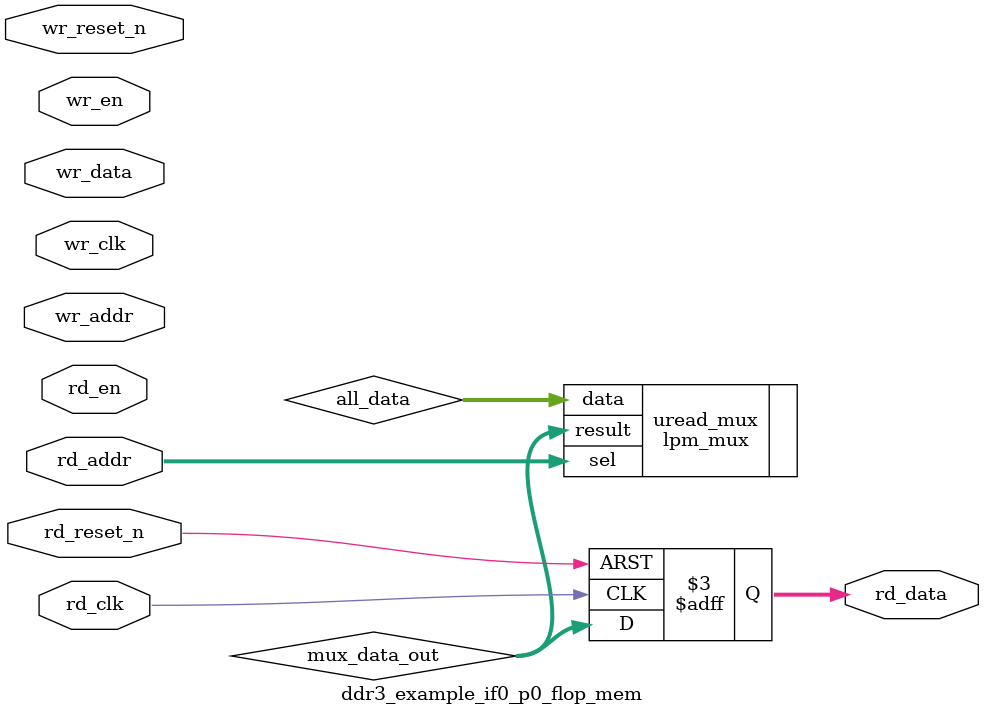
<source format=v>



`timescale 1 ps / 1 ps

(* altera_attribute = "-name ALLOW_SYNCH_CTRL_USAGE ON;-name AUTO_CLOCK_ENABLE_RECOGNITION ON" *)
module ddr3_example_if0_p0_flop_mem(
	wr_reset_n,
	wr_clk,
	wr_en,
	wr_addr,
	wr_data,
	rd_reset_n,
	rd_clk,
	rd_en,
	rd_addr,
	rd_data
);

parameter WRITE_MEM_DEPTH	= "";
parameter WRITE_ADDR_WIDTH	= "";
parameter WRITE_DATA_WIDTH	= "";
parameter READ_MEM_DEPTH	= "";
parameter READ_ADDR_WIDTH	= "";		 
parameter READ_DATA_WIDTH	= "";


input	wr_reset_n;
input	wr_clk;
input	wr_en;
input	[WRITE_ADDR_WIDTH-1:0] wr_addr;
input	[WRITE_DATA_WIDTH-1:0] wr_data;
input	rd_reset_n;
input	rd_clk;
input	rd_en;
input	[READ_ADDR_WIDTH-1:0] rd_addr;
output	[READ_DATA_WIDTH-1:0] rd_data;



wire	[WRITE_DATA_WIDTH*WRITE_MEM_DEPTH-1:0] all_data;
wire	[READ_DATA_WIDTH-1:0] mux_data_out;



// declare a memory with WRITE_MEM_DEPTH entries
// each entry contains a data size of WRITE_DATA_WIDTH
reg	[WRITE_DATA_WIDTH-1:0] data_stored [0:WRITE_MEM_DEPTH-1] /* synthesis syn_preserve = 1 */;
reg	[READ_DATA_WIDTH-1:0] rd_data;

generate
genvar entry;
	for (entry=0; entry < WRITE_MEM_DEPTH; entry=entry+1)
	begin: mem_location
		assign all_data[(WRITE_DATA_WIDTH*(entry+1)-1) : (WRITE_DATA_WIDTH*entry)] = data_stored[entry]; 
		
		always @(posedge wr_clk or negedge wr_reset_n)
		begin
			if (~wr_reset_n) begin
				data_stored[entry] <= {WRITE_DATA_WIDTH{1'b0}};
			end else begin
				if (wr_en) begin
					if (entry == wr_addr) begin
						data_stored[entry] <= wr_data;
					end
				end
			end
		end		
	end
endgenerate

// mux to select the correct output data based on read address
lpm_mux	uread_mux(
	.sel (rd_addr),
	.data (all_data),
	.result (mux_data_out)
	// synopsys translate_off
	,
	.aclr (),
	.clken (),
	.clock ()
	// synopsys translate_on
	);
 defparam uread_mux.lpm_size = READ_MEM_DEPTH;
 defparam uread_mux.lpm_type = "LPM_MUX";
 defparam uread_mux.lpm_width = READ_DATA_WIDTH;
 defparam uread_mux.lpm_widths = READ_ADDR_WIDTH;

always @(posedge rd_clk or negedge rd_reset_n)	
begin
	if (~rd_reset_n) begin
		rd_data <= {READ_DATA_WIDTH{1'b0}};
	end else begin
		rd_data <= mux_data_out;
	end
end

endmodule

</source>
